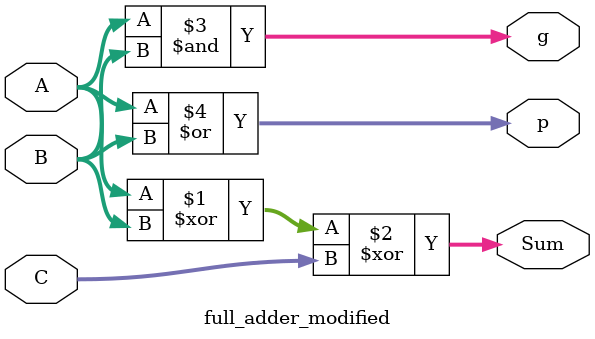
<source format=v>
`timescale 1ns/1ps

module full_adder_modified (
    input [31:0] A,
    input [31:0] B,
    input [31:0] C,
    output [31:0] Sum,
    output [31:0] g,
    output [31:0] p
);
    assign Sum = A^B^C;
    assign g = A&B;
    assign p = A|B;
endmodule
</source>
